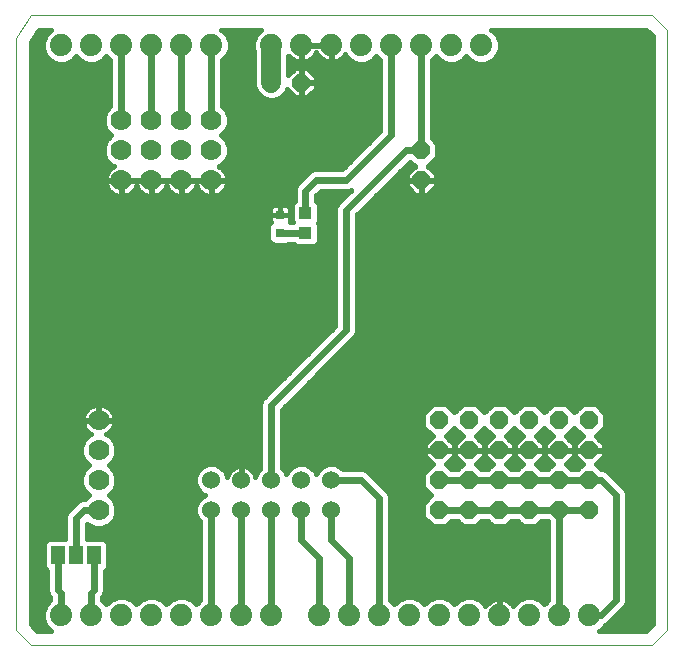
<source format=gtl>
G75*
%MOIN*%
%OFA0B0*%
%FSLAX25Y25*%
%IPPOS*%
%LPD*%
%AMOC8*
5,1,8,0,0,1.08239X$1,22.5*
%
%ADD10C,0.00000*%
%ADD11C,0.07000*%
%ADD12R,0.03150X0.03150*%
%ADD13R,0.04331X0.03937*%
%ADD14R,0.04600X0.06300*%
%ADD15C,0.07400*%
%ADD16OC8,0.06000*%
%ADD17C,0.06000*%
%ADD18C,0.01600*%
%ADD19C,0.06600*%
%ADD20C,0.02400*%
D10*
X0052595Y0048933D02*
X0057595Y0043933D01*
X0264595Y0043933D01*
X0269595Y0048933D01*
X0269595Y0248933D01*
X0264595Y0253933D01*
X0057595Y0253933D01*
X0052595Y0246433D01*
X0052595Y0048933D01*
D11*
X0080095Y0088933D03*
X0080095Y0098933D03*
X0080095Y0108933D03*
X0080095Y0118933D03*
X0087595Y0198933D03*
X0097595Y0198933D03*
X0107595Y0198933D03*
X0117595Y0198933D03*
X0117595Y0208933D03*
X0107595Y0208933D03*
X0097595Y0208933D03*
X0087595Y0208933D03*
X0087595Y0218933D03*
X0097595Y0218933D03*
X0107595Y0218933D03*
X0117595Y0218933D03*
D12*
X0140496Y0187387D03*
X0140496Y0181481D03*
D13*
X0148995Y0181387D03*
X0148995Y0188080D03*
D14*
X0078595Y0073933D03*
X0072595Y0073933D03*
X0066595Y0073933D03*
D15*
X0067595Y0053933D03*
X0077595Y0053933D03*
X0087595Y0053933D03*
X0097595Y0053933D03*
X0107595Y0053933D03*
X0117595Y0053933D03*
X0127595Y0053933D03*
X0137595Y0053933D03*
X0153595Y0053933D03*
X0163595Y0053933D03*
X0173595Y0053933D03*
X0183595Y0053933D03*
X0193595Y0053933D03*
X0203595Y0053933D03*
X0213595Y0053933D03*
X0223595Y0053933D03*
X0233595Y0053933D03*
X0243595Y0053933D03*
X0207595Y0243933D03*
X0197595Y0243933D03*
X0187595Y0243933D03*
X0177595Y0243933D03*
X0167595Y0243933D03*
X0157595Y0243933D03*
X0147595Y0243933D03*
X0137595Y0243933D03*
X0117595Y0243933D03*
X0107595Y0243933D03*
X0097595Y0243933D03*
X0087595Y0243933D03*
X0077595Y0243933D03*
X0067595Y0243933D03*
D16*
X0137595Y0231433D03*
X0147595Y0231433D03*
X0187595Y0208933D03*
X0187595Y0198933D03*
X0193595Y0118933D03*
X0193595Y0108933D03*
X0203595Y0108933D03*
X0203595Y0118933D03*
X0213595Y0118933D03*
X0213595Y0108933D03*
X0223595Y0108933D03*
X0233595Y0108933D03*
X0233595Y0118933D03*
X0223595Y0118933D03*
X0243595Y0118933D03*
X0243595Y0108933D03*
X0243595Y0098933D03*
X0233595Y0098933D03*
X0223595Y0098933D03*
X0213595Y0098933D03*
X0203595Y0098933D03*
X0193595Y0098933D03*
X0193595Y0088933D03*
X0203595Y0088933D03*
X0213595Y0088933D03*
X0223595Y0088933D03*
X0233595Y0088933D03*
X0243595Y0088933D03*
D17*
X0157595Y0088933D03*
X0147595Y0088933D03*
X0137595Y0088933D03*
X0127595Y0088933D03*
X0117595Y0088933D03*
X0117595Y0098933D03*
X0127595Y0098933D03*
X0137595Y0098933D03*
X0147595Y0098933D03*
X0157595Y0098933D03*
D18*
X0152595Y0100973D02*
X0152173Y0101992D01*
X0150654Y0103511D01*
X0148669Y0104333D01*
X0146521Y0104333D01*
X0144536Y0103511D01*
X0143017Y0101992D01*
X0142595Y0100973D01*
X0142173Y0101992D01*
X0141195Y0102970D01*
X0141195Y0122442D01*
X0165647Y0146894D01*
X0166195Y0148217D01*
X0166195Y0187442D01*
X0183822Y0205069D01*
X0185358Y0203533D01*
X0185407Y0203533D01*
X0182795Y0200921D01*
X0182795Y0199133D01*
X0187395Y0199133D01*
X0187395Y0198733D01*
X0182795Y0198733D01*
X0182795Y0196945D01*
X0185607Y0194133D01*
X0187395Y0194133D01*
X0187395Y0198733D01*
X0187795Y0198733D01*
X0187795Y0194133D01*
X0189583Y0194133D01*
X0192395Y0196945D01*
X0192395Y0198733D01*
X0187795Y0198733D01*
X0187795Y0199133D01*
X0192395Y0199133D01*
X0192395Y0200921D01*
X0189783Y0203533D01*
X0189832Y0203533D01*
X0192995Y0206696D01*
X0192995Y0211170D01*
X0191195Y0212970D01*
X0191195Y0238906D01*
X0192595Y0240306D01*
X0194140Y0238762D01*
X0196382Y0237833D01*
X0198809Y0237833D01*
X0201051Y0238762D01*
X0202595Y0240306D01*
X0204140Y0238762D01*
X0206382Y0237833D01*
X0208809Y0237833D01*
X0211051Y0238762D01*
X0212766Y0240478D01*
X0213695Y0242720D01*
X0213695Y0245146D01*
X0212766Y0247388D01*
X0211051Y0249104D01*
X0210981Y0249133D01*
X0262607Y0249133D01*
X0264795Y0246945D01*
X0264795Y0050921D01*
X0262607Y0048733D01*
X0246981Y0048733D01*
X0247051Y0048762D01*
X0248766Y0050478D01*
X0248788Y0050531D01*
X0249634Y0050881D01*
X0250647Y0051894D01*
X0255647Y0056894D01*
X0256195Y0058217D01*
X0256195Y0094649D01*
X0255647Y0095972D01*
X0254634Y0096985D01*
X0249634Y0101985D01*
X0248311Y0102533D01*
X0247632Y0102533D01*
X0245832Y0104333D01*
X0245783Y0104333D01*
X0248395Y0106945D01*
X0248395Y0108733D01*
X0243795Y0108733D01*
X0243795Y0109133D01*
X0248395Y0109133D01*
X0248395Y0110921D01*
X0245783Y0113533D01*
X0245832Y0113533D01*
X0248995Y0116696D01*
X0248995Y0121170D01*
X0245832Y0124333D01*
X0241358Y0124333D01*
X0238595Y0121570D01*
X0235832Y0124333D01*
X0231358Y0124333D01*
X0228595Y0121570D01*
X0225832Y0124333D01*
X0221358Y0124333D01*
X0218595Y0121570D01*
X0215832Y0124333D01*
X0211358Y0124333D01*
X0208595Y0121570D01*
X0205832Y0124333D01*
X0201358Y0124333D01*
X0198595Y0121570D01*
X0195832Y0124333D01*
X0191358Y0124333D01*
X0188195Y0121170D01*
X0188195Y0116696D01*
X0191358Y0113533D01*
X0191407Y0113533D01*
X0188795Y0110921D01*
X0188795Y0109133D01*
X0193395Y0109133D01*
X0193395Y0108733D01*
X0188795Y0108733D01*
X0188795Y0106945D01*
X0191407Y0104333D01*
X0191358Y0104333D01*
X0188195Y0101170D01*
X0188195Y0096696D01*
X0190958Y0093933D01*
X0188195Y0091170D01*
X0188195Y0086696D01*
X0191358Y0083533D01*
X0195832Y0083533D01*
X0197632Y0085333D01*
X0199558Y0085333D01*
X0201358Y0083533D01*
X0205832Y0083533D01*
X0207632Y0085333D01*
X0209558Y0085333D01*
X0211358Y0083533D01*
X0215832Y0083533D01*
X0217632Y0085333D01*
X0219558Y0085333D01*
X0221358Y0083533D01*
X0225832Y0083533D01*
X0227632Y0085333D01*
X0229558Y0085333D01*
X0229995Y0084896D01*
X0229995Y0058960D01*
X0228595Y0057560D01*
X0227051Y0059104D01*
X0224809Y0060033D01*
X0222382Y0060033D01*
X0220140Y0059104D01*
X0218424Y0057388D01*
X0218227Y0056914D01*
X0217790Y0057516D01*
X0217178Y0058128D01*
X0216478Y0058637D01*
X0215706Y0059030D01*
X0214883Y0059298D01*
X0214028Y0059433D01*
X0213795Y0059433D01*
X0213795Y0054133D01*
X0213395Y0054133D01*
X0213395Y0059433D01*
X0213162Y0059433D01*
X0212307Y0059298D01*
X0211484Y0059030D01*
X0210712Y0058637D01*
X0210012Y0058128D01*
X0209400Y0057516D01*
X0208963Y0056914D01*
X0208766Y0057388D01*
X0207051Y0059104D01*
X0204809Y0060033D01*
X0202382Y0060033D01*
X0200140Y0059104D01*
X0198595Y0057560D01*
X0197051Y0059104D01*
X0194809Y0060033D01*
X0192382Y0060033D01*
X0190140Y0059104D01*
X0188595Y0057560D01*
X0187051Y0059104D01*
X0184809Y0060033D01*
X0182382Y0060033D01*
X0180140Y0059104D01*
X0178595Y0057560D01*
X0177195Y0058960D01*
X0177195Y0093649D01*
X0176647Y0094972D01*
X0175634Y0095985D01*
X0170647Y0100972D01*
X0169634Y0101985D01*
X0168311Y0102533D01*
X0161632Y0102533D01*
X0160654Y0103511D01*
X0158669Y0104333D01*
X0156521Y0104333D01*
X0154536Y0103511D01*
X0153017Y0101992D01*
X0152595Y0100973D01*
X0152501Y0101201D02*
X0152689Y0101201D01*
X0153824Y0102799D02*
X0151366Y0102799D01*
X0161366Y0102799D02*
X0189824Y0102799D01*
X0191342Y0104398D02*
X0141195Y0104398D01*
X0141195Y0105996D02*
X0189744Y0105996D01*
X0188795Y0107595D02*
X0141195Y0107595D01*
X0141195Y0109193D02*
X0188795Y0109193D01*
X0188795Y0110792D02*
X0141195Y0110792D01*
X0141195Y0112390D02*
X0190264Y0112390D01*
X0190903Y0113989D02*
X0141195Y0113989D01*
X0141195Y0115587D02*
X0189304Y0115587D01*
X0188195Y0117186D02*
X0141195Y0117186D01*
X0141195Y0118784D02*
X0188195Y0118784D01*
X0188195Y0120383D02*
X0141195Y0120383D01*
X0141195Y0121981D02*
X0189007Y0121981D01*
X0190605Y0123580D02*
X0142333Y0123580D01*
X0143931Y0125178D02*
X0264795Y0125178D01*
X0264795Y0123580D02*
X0246585Y0123580D01*
X0248184Y0121981D02*
X0264795Y0121981D01*
X0264795Y0120383D02*
X0248995Y0120383D01*
X0248995Y0118784D02*
X0264795Y0118784D01*
X0264795Y0117186D02*
X0248995Y0117186D01*
X0247886Y0115587D02*
X0264795Y0115587D01*
X0264795Y0113989D02*
X0246287Y0113989D01*
X0246926Y0112390D02*
X0264795Y0112390D01*
X0264795Y0110792D02*
X0248395Y0110792D01*
X0248395Y0109193D02*
X0264795Y0109193D01*
X0264795Y0107595D02*
X0248395Y0107595D01*
X0247446Y0105996D02*
X0264795Y0105996D01*
X0264795Y0104398D02*
X0245848Y0104398D01*
X0247366Y0102799D02*
X0264795Y0102799D01*
X0264795Y0101201D02*
X0250419Y0101201D01*
X0252017Y0099602D02*
X0264795Y0099602D01*
X0264795Y0098004D02*
X0253616Y0098004D01*
X0255214Y0096405D02*
X0264795Y0096405D01*
X0264795Y0094807D02*
X0256130Y0094807D01*
X0256195Y0093208D02*
X0264795Y0093208D01*
X0264795Y0091610D02*
X0256195Y0091610D01*
X0256195Y0090011D02*
X0264795Y0090011D01*
X0264795Y0088412D02*
X0256195Y0088412D01*
X0256195Y0086814D02*
X0264795Y0086814D01*
X0264795Y0085215D02*
X0256195Y0085215D01*
X0256195Y0083617D02*
X0264795Y0083617D01*
X0264795Y0082018D02*
X0256195Y0082018D01*
X0256195Y0080420D02*
X0264795Y0080420D01*
X0264795Y0078821D02*
X0256195Y0078821D01*
X0256195Y0077223D02*
X0264795Y0077223D01*
X0264795Y0075624D02*
X0256195Y0075624D01*
X0256195Y0074026D02*
X0264795Y0074026D01*
X0264795Y0072427D02*
X0256195Y0072427D01*
X0256195Y0070829D02*
X0264795Y0070829D01*
X0264795Y0069230D02*
X0256195Y0069230D01*
X0256195Y0067632D02*
X0264795Y0067632D01*
X0264795Y0066033D02*
X0256195Y0066033D01*
X0256195Y0064435D02*
X0264795Y0064435D01*
X0264795Y0062836D02*
X0256195Y0062836D01*
X0256195Y0061238D02*
X0264795Y0061238D01*
X0264795Y0059639D02*
X0256195Y0059639D01*
X0256122Y0058041D02*
X0264795Y0058041D01*
X0264795Y0056442D02*
X0255195Y0056442D01*
X0253597Y0054844D02*
X0264795Y0054844D01*
X0264795Y0053245D02*
X0251998Y0053245D01*
X0250400Y0051647D02*
X0264795Y0051647D01*
X0263922Y0050048D02*
X0248337Y0050048D01*
X0229995Y0059639D02*
X0225759Y0059639D01*
X0228114Y0058041D02*
X0229076Y0058041D01*
X0229995Y0061238D02*
X0177195Y0061238D01*
X0177195Y0062836D02*
X0229995Y0062836D01*
X0229995Y0064435D02*
X0177195Y0064435D01*
X0177195Y0066033D02*
X0229995Y0066033D01*
X0229995Y0067632D02*
X0177195Y0067632D01*
X0177195Y0069230D02*
X0229995Y0069230D01*
X0229995Y0070829D02*
X0177195Y0070829D01*
X0177195Y0072427D02*
X0229995Y0072427D01*
X0229995Y0074026D02*
X0177195Y0074026D01*
X0177195Y0075624D02*
X0229995Y0075624D01*
X0229995Y0077223D02*
X0177195Y0077223D01*
X0177195Y0078821D02*
X0229995Y0078821D01*
X0229995Y0080420D02*
X0177195Y0080420D01*
X0177195Y0082018D02*
X0229995Y0082018D01*
X0229995Y0083617D02*
X0225916Y0083617D01*
X0227514Y0085215D02*
X0229676Y0085215D01*
X0221275Y0083617D02*
X0215916Y0083617D01*
X0217514Y0085215D02*
X0219676Y0085215D01*
X0211275Y0083617D02*
X0205916Y0083617D01*
X0207514Y0085215D02*
X0209676Y0085215D01*
X0201275Y0083617D02*
X0195916Y0083617D01*
X0197514Y0085215D02*
X0199676Y0085215D01*
X0191275Y0083617D02*
X0177195Y0083617D01*
X0177195Y0085215D02*
X0189676Y0085215D01*
X0188195Y0086814D02*
X0177195Y0086814D01*
X0177195Y0088412D02*
X0188195Y0088412D01*
X0188195Y0090011D02*
X0177195Y0090011D01*
X0177195Y0091610D02*
X0188635Y0091610D01*
X0190233Y0093208D02*
X0177195Y0093208D01*
X0176716Y0094807D02*
X0190085Y0094807D01*
X0188486Y0096405D02*
X0175214Y0096405D01*
X0173616Y0098004D02*
X0188195Y0098004D01*
X0188195Y0099602D02*
X0172017Y0099602D01*
X0170419Y0101201D02*
X0188226Y0101201D01*
X0195783Y0104333D02*
X0198395Y0106945D01*
X0198395Y0108733D01*
X0193795Y0108733D01*
X0193795Y0109133D01*
X0198395Y0109133D01*
X0198395Y0110921D01*
X0195783Y0113533D01*
X0195832Y0113533D01*
X0198595Y0116296D01*
X0201358Y0113533D01*
X0201407Y0113533D01*
X0198795Y0110921D01*
X0198795Y0109133D01*
X0203395Y0109133D01*
X0203395Y0108733D01*
X0198795Y0108733D01*
X0198795Y0106945D01*
X0201407Y0104333D01*
X0201358Y0104333D01*
X0199558Y0102533D01*
X0197632Y0102533D01*
X0195832Y0104333D01*
X0195783Y0104333D01*
X0195848Y0104398D02*
X0201342Y0104398D01*
X0199824Y0102799D02*
X0197366Y0102799D01*
X0197446Y0105996D02*
X0199744Y0105996D01*
X0198795Y0107595D02*
X0198395Y0107595D01*
X0198395Y0109193D02*
X0198795Y0109193D01*
X0198795Y0110792D02*
X0198395Y0110792D01*
X0196926Y0112390D02*
X0200264Y0112390D01*
X0200903Y0113989D02*
X0196287Y0113989D01*
X0197886Y0115587D02*
X0199304Y0115587D01*
X0205783Y0113533D02*
X0205832Y0113533D01*
X0208595Y0116296D01*
X0211358Y0113533D01*
X0211407Y0113533D01*
X0208795Y0110921D01*
X0208795Y0109133D01*
X0213395Y0109133D01*
X0213395Y0108733D01*
X0208795Y0108733D01*
X0208795Y0106945D01*
X0211407Y0104333D01*
X0211358Y0104333D01*
X0209558Y0102533D01*
X0207632Y0102533D01*
X0205832Y0104333D01*
X0205783Y0104333D01*
X0208395Y0106945D01*
X0208395Y0108733D01*
X0203795Y0108733D01*
X0203795Y0109133D01*
X0208395Y0109133D01*
X0208395Y0110921D01*
X0205783Y0113533D01*
X0206287Y0113989D02*
X0210903Y0113989D01*
X0210264Y0112390D02*
X0206926Y0112390D01*
X0208395Y0110792D02*
X0208795Y0110792D01*
X0208795Y0109193D02*
X0208395Y0109193D01*
X0208395Y0107595D02*
X0208795Y0107595D01*
X0209744Y0105996D02*
X0207446Y0105996D01*
X0205848Y0104398D02*
X0211342Y0104398D01*
X0209824Y0102799D02*
X0207366Y0102799D01*
X0215783Y0104333D02*
X0218395Y0106945D01*
X0218395Y0108733D01*
X0213795Y0108733D01*
X0213795Y0109133D01*
X0218395Y0109133D01*
X0218395Y0110921D01*
X0215783Y0113533D01*
X0215832Y0113533D01*
X0218595Y0116296D01*
X0221358Y0113533D01*
X0221407Y0113533D01*
X0218795Y0110921D01*
X0218795Y0109133D01*
X0223395Y0109133D01*
X0223395Y0108733D01*
X0218795Y0108733D01*
X0218795Y0106945D01*
X0221407Y0104333D01*
X0221358Y0104333D01*
X0219558Y0102533D01*
X0217632Y0102533D01*
X0215832Y0104333D01*
X0215783Y0104333D01*
X0215848Y0104398D02*
X0221342Y0104398D01*
X0219824Y0102799D02*
X0217366Y0102799D01*
X0217446Y0105996D02*
X0219744Y0105996D01*
X0218795Y0107595D02*
X0218395Y0107595D01*
X0218395Y0109193D02*
X0218795Y0109193D01*
X0218795Y0110792D02*
X0218395Y0110792D01*
X0216926Y0112390D02*
X0220264Y0112390D01*
X0220903Y0113989D02*
X0216287Y0113989D01*
X0217886Y0115587D02*
X0219304Y0115587D01*
X0225783Y0113533D02*
X0225832Y0113533D01*
X0228595Y0116296D01*
X0231358Y0113533D01*
X0231407Y0113533D01*
X0228795Y0110921D01*
X0228795Y0109133D01*
X0233395Y0109133D01*
X0233395Y0108733D01*
X0228795Y0108733D01*
X0228795Y0106945D01*
X0231407Y0104333D01*
X0231358Y0104333D01*
X0229558Y0102533D01*
X0227632Y0102533D01*
X0225832Y0104333D01*
X0225783Y0104333D01*
X0228395Y0106945D01*
X0228395Y0108733D01*
X0223795Y0108733D01*
X0223795Y0109133D01*
X0228395Y0109133D01*
X0228395Y0110921D01*
X0225783Y0113533D01*
X0226287Y0113989D02*
X0230903Y0113989D01*
X0230264Y0112390D02*
X0226926Y0112390D01*
X0228395Y0110792D02*
X0228795Y0110792D01*
X0228795Y0109193D02*
X0228395Y0109193D01*
X0228395Y0107595D02*
X0228795Y0107595D01*
X0229744Y0105996D02*
X0227446Y0105996D01*
X0225848Y0104398D02*
X0231342Y0104398D01*
X0229824Y0102799D02*
X0227366Y0102799D01*
X0235783Y0104333D02*
X0238395Y0106945D01*
X0238395Y0108733D01*
X0233795Y0108733D01*
X0233795Y0109133D01*
X0238395Y0109133D01*
X0238395Y0110921D01*
X0235783Y0113533D01*
X0235832Y0113533D01*
X0238595Y0116296D01*
X0241358Y0113533D01*
X0241407Y0113533D01*
X0238795Y0110921D01*
X0238795Y0109133D01*
X0243395Y0109133D01*
X0243395Y0108733D01*
X0238795Y0108733D01*
X0238795Y0106945D01*
X0241407Y0104333D01*
X0241358Y0104333D01*
X0239558Y0102533D01*
X0237632Y0102533D01*
X0235832Y0104333D01*
X0235783Y0104333D01*
X0235848Y0104398D02*
X0241342Y0104398D01*
X0239824Y0102799D02*
X0237366Y0102799D01*
X0237446Y0105996D02*
X0239744Y0105996D01*
X0238795Y0107595D02*
X0238395Y0107595D01*
X0238395Y0109193D02*
X0238795Y0109193D01*
X0238795Y0110792D02*
X0238395Y0110792D01*
X0236926Y0112390D02*
X0240264Y0112390D01*
X0240903Y0113989D02*
X0236287Y0113989D01*
X0237886Y0115587D02*
X0239304Y0115587D01*
X0239007Y0121981D02*
X0238184Y0121981D01*
X0236585Y0123580D02*
X0240605Y0123580D01*
X0230605Y0123580D02*
X0226585Y0123580D01*
X0228184Y0121981D02*
X0229007Y0121981D01*
X0220605Y0123580D02*
X0216585Y0123580D01*
X0218184Y0121981D02*
X0219007Y0121981D01*
X0210605Y0123580D02*
X0206585Y0123580D01*
X0208184Y0121981D02*
X0209007Y0121981D01*
X0200605Y0123580D02*
X0196585Y0123580D01*
X0198184Y0121981D02*
X0199007Y0121981D01*
X0207886Y0115587D02*
X0209304Y0115587D01*
X0227886Y0115587D02*
X0229304Y0115587D01*
X0264795Y0126777D02*
X0145530Y0126777D01*
X0147129Y0128375D02*
X0264795Y0128375D01*
X0264795Y0129974D02*
X0148727Y0129974D01*
X0150326Y0131572D02*
X0264795Y0131572D01*
X0264795Y0133171D02*
X0151924Y0133171D01*
X0153523Y0134769D02*
X0264795Y0134769D01*
X0264795Y0136368D02*
X0155121Y0136368D01*
X0156720Y0137966D02*
X0264795Y0137966D01*
X0264795Y0139565D02*
X0158318Y0139565D01*
X0159917Y0141163D02*
X0264795Y0141163D01*
X0264795Y0142762D02*
X0161515Y0142762D01*
X0163114Y0144360D02*
X0264795Y0144360D01*
X0264795Y0145959D02*
X0164712Y0145959D01*
X0165922Y0147557D02*
X0264795Y0147557D01*
X0264795Y0149156D02*
X0166195Y0149156D01*
X0166195Y0150754D02*
X0264795Y0150754D01*
X0264795Y0152353D02*
X0166195Y0152353D01*
X0166195Y0153951D02*
X0264795Y0153951D01*
X0264795Y0155550D02*
X0166195Y0155550D01*
X0166195Y0157148D02*
X0264795Y0157148D01*
X0264795Y0158747D02*
X0166195Y0158747D01*
X0166195Y0160345D02*
X0264795Y0160345D01*
X0264795Y0161944D02*
X0166195Y0161944D01*
X0166195Y0163543D02*
X0264795Y0163543D01*
X0264795Y0165141D02*
X0166195Y0165141D01*
X0166195Y0166740D02*
X0264795Y0166740D01*
X0264795Y0168338D02*
X0166195Y0168338D01*
X0166195Y0169937D02*
X0264795Y0169937D01*
X0264795Y0171535D02*
X0166195Y0171535D01*
X0166195Y0173134D02*
X0264795Y0173134D01*
X0264795Y0174732D02*
X0166195Y0174732D01*
X0166195Y0176331D02*
X0264795Y0176331D01*
X0264795Y0177929D02*
X0166195Y0177929D01*
X0166195Y0179528D02*
X0264795Y0179528D01*
X0264795Y0181126D02*
X0166195Y0181126D01*
X0166195Y0182725D02*
X0264795Y0182725D01*
X0264795Y0184323D02*
X0166195Y0184323D01*
X0166195Y0185922D02*
X0264795Y0185922D01*
X0264795Y0187520D02*
X0166273Y0187520D01*
X0167872Y0189119D02*
X0264795Y0189119D01*
X0264795Y0190717D02*
X0169470Y0190717D01*
X0171069Y0192316D02*
X0264795Y0192316D01*
X0264795Y0193914D02*
X0172667Y0193914D01*
X0174266Y0195513D02*
X0184227Y0195513D01*
X0182795Y0197111D02*
X0175864Y0197111D01*
X0177463Y0198710D02*
X0182795Y0198710D01*
X0182795Y0200308D02*
X0179062Y0200308D01*
X0180660Y0201907D02*
X0183781Y0201907D01*
X0182259Y0203505D02*
X0185379Y0203505D01*
X0189811Y0203505D02*
X0264795Y0203505D01*
X0264795Y0201907D02*
X0191410Y0201907D01*
X0192395Y0200308D02*
X0264795Y0200308D01*
X0264795Y0198710D02*
X0192395Y0198710D01*
X0192395Y0197111D02*
X0264795Y0197111D01*
X0264795Y0195513D02*
X0190963Y0195513D01*
X0187795Y0195513D02*
X0187395Y0195513D01*
X0187395Y0197111D02*
X0187795Y0197111D01*
X0187795Y0198710D02*
X0187395Y0198710D01*
X0191403Y0205104D02*
X0264795Y0205104D01*
X0264795Y0206702D02*
X0192995Y0206702D01*
X0192995Y0208301D02*
X0264795Y0208301D01*
X0264795Y0209899D02*
X0192995Y0209899D01*
X0192667Y0211498D02*
X0264795Y0211498D01*
X0264795Y0213096D02*
X0191195Y0213096D01*
X0191195Y0214695D02*
X0264795Y0214695D01*
X0264795Y0216293D02*
X0191195Y0216293D01*
X0191195Y0217892D02*
X0264795Y0217892D01*
X0264795Y0219490D02*
X0191195Y0219490D01*
X0191195Y0221089D02*
X0264795Y0221089D01*
X0264795Y0222687D02*
X0191195Y0222687D01*
X0191195Y0224286D02*
X0264795Y0224286D01*
X0264795Y0225884D02*
X0191195Y0225884D01*
X0191195Y0227483D02*
X0264795Y0227483D01*
X0264795Y0229081D02*
X0191195Y0229081D01*
X0191195Y0230680D02*
X0264795Y0230680D01*
X0264795Y0232279D02*
X0191195Y0232279D01*
X0191195Y0233877D02*
X0264795Y0233877D01*
X0264795Y0235476D02*
X0191195Y0235476D01*
X0191195Y0237074D02*
X0264795Y0237074D01*
X0264795Y0238673D02*
X0210835Y0238673D01*
X0212560Y0240271D02*
X0264795Y0240271D01*
X0264795Y0241870D02*
X0213343Y0241870D01*
X0213695Y0243468D02*
X0264795Y0243468D01*
X0264795Y0245067D02*
X0213695Y0245067D01*
X0213066Y0246665D02*
X0264795Y0246665D01*
X0263476Y0248264D02*
X0211891Y0248264D01*
X0204355Y0238673D02*
X0200835Y0238673D01*
X0202560Y0240271D02*
X0202630Y0240271D01*
X0194355Y0238673D02*
X0191195Y0238673D01*
X0192560Y0240271D02*
X0192630Y0240271D01*
X0173995Y0238906D02*
X0173995Y0215424D01*
X0161104Y0202533D01*
X0151879Y0202533D01*
X0150556Y0201985D01*
X0149543Y0200972D01*
X0145943Y0197372D01*
X0145395Y0196049D01*
X0145395Y0192007D01*
X0144795Y0191408D01*
X0144430Y0190525D01*
X0144430Y0185634D01*
X0144698Y0184987D01*
X0143673Y0184987D01*
X0143748Y0185117D01*
X0143871Y0185575D01*
X0143871Y0187387D01*
X0143871Y0189198D01*
X0143748Y0189656D01*
X0143512Y0190067D01*
X0143176Y0190402D01*
X0142766Y0190639D01*
X0142308Y0190761D01*
X0140496Y0190761D01*
X0138685Y0190761D01*
X0138227Y0190639D01*
X0137816Y0190402D01*
X0137481Y0190067D01*
X0137244Y0189656D01*
X0137122Y0189198D01*
X0137122Y0187387D01*
X0140496Y0187387D01*
X0140496Y0187387D01*
X0140496Y0190761D01*
X0140496Y0187387D01*
X0140496Y0187387D01*
X0137122Y0187387D01*
X0137122Y0185575D01*
X0137244Y0185117D01*
X0137370Y0184899D01*
X0136887Y0184415D01*
X0136522Y0183533D01*
X0136522Y0179429D01*
X0136887Y0178547D01*
X0137562Y0177872D01*
X0138444Y0177506D01*
X0142549Y0177506D01*
X0143225Y0177787D01*
X0145067Y0177787D01*
X0145470Y0177383D01*
X0146352Y0177018D01*
X0151638Y0177018D01*
X0152520Y0177383D01*
X0153195Y0178059D01*
X0153560Y0178941D01*
X0153560Y0183833D01*
X0153195Y0184715D01*
X0153177Y0184733D01*
X0153195Y0184752D01*
X0153560Y0185634D01*
X0153560Y0190525D01*
X0153195Y0191408D01*
X0152595Y0192007D01*
X0152595Y0193842D01*
X0154086Y0195333D01*
X0163311Y0195333D01*
X0164323Y0195752D01*
X0160556Y0191985D01*
X0160556Y0191985D01*
X0159543Y0190972D01*
X0158995Y0189649D01*
X0158995Y0150424D01*
X0135556Y0126985D01*
X0134543Y0125972D01*
X0133995Y0124649D01*
X0133995Y0102970D01*
X0133017Y0101992D01*
X0132250Y0100140D01*
X0132043Y0100776D01*
X0131700Y0101449D01*
X0131256Y0102060D01*
X0130722Y0102594D01*
X0130111Y0103038D01*
X0129438Y0103381D01*
X0128719Y0103615D01*
X0127973Y0103733D01*
X0127795Y0103733D01*
X0127795Y0099133D01*
X0127395Y0099133D01*
X0127395Y0103733D01*
X0127217Y0103733D01*
X0126471Y0103615D01*
X0125753Y0103381D01*
X0125079Y0103038D01*
X0124468Y0102594D01*
X0123934Y0102060D01*
X0123490Y0101449D01*
X0123147Y0100776D01*
X0122940Y0100140D01*
X0122173Y0101992D01*
X0120654Y0103511D01*
X0118669Y0104333D01*
X0116521Y0104333D01*
X0114536Y0103511D01*
X0113017Y0101992D01*
X0112195Y0100007D01*
X0112195Y0097859D01*
X0113017Y0095874D01*
X0114536Y0094355D01*
X0115555Y0093933D01*
X0114536Y0093511D01*
X0113017Y0091992D01*
X0112195Y0090007D01*
X0112195Y0087859D01*
X0113017Y0085874D01*
X0113995Y0084896D01*
X0113995Y0058960D01*
X0112595Y0057560D01*
X0111051Y0059104D01*
X0108809Y0060033D01*
X0106382Y0060033D01*
X0104140Y0059104D01*
X0102595Y0057560D01*
X0101051Y0059104D01*
X0098809Y0060033D01*
X0096382Y0060033D01*
X0094140Y0059104D01*
X0092595Y0057560D01*
X0091051Y0059104D01*
X0088809Y0060033D01*
X0086382Y0060033D01*
X0084140Y0059104D01*
X0082595Y0057560D01*
X0081195Y0058960D01*
X0081195Y0059942D01*
X0081647Y0060394D01*
X0082195Y0061717D01*
X0082195Y0068724D01*
X0082255Y0068748D01*
X0082930Y0069424D01*
X0083295Y0070306D01*
X0083295Y0077560D01*
X0082930Y0078443D01*
X0082255Y0079118D01*
X0081373Y0079483D01*
X0076195Y0079483D01*
X0076195Y0084489D01*
X0076753Y0083931D01*
X0078922Y0083033D01*
X0081269Y0083033D01*
X0083437Y0083931D01*
X0085097Y0085591D01*
X0085995Y0087759D01*
X0085995Y0090107D01*
X0085097Y0092275D01*
X0083439Y0093933D01*
X0085097Y0095591D01*
X0085995Y0097759D01*
X0085995Y0100107D01*
X0085097Y0102275D01*
X0083439Y0103933D01*
X0085097Y0105591D01*
X0085995Y0107759D01*
X0085995Y0110107D01*
X0085097Y0112275D01*
X0083437Y0113935D01*
X0082622Y0114272D01*
X0082873Y0114400D01*
X0083548Y0114890D01*
X0084138Y0115480D01*
X0084628Y0116155D01*
X0085007Y0116899D01*
X0085265Y0117692D01*
X0085395Y0118516D01*
X0085395Y0118733D01*
X0080295Y0118733D01*
X0080295Y0119133D01*
X0079895Y0119133D01*
X0079895Y0118733D01*
X0074795Y0118733D01*
X0074795Y0118516D01*
X0074926Y0117692D01*
X0075183Y0116899D01*
X0075562Y0116155D01*
X0076053Y0115480D01*
X0076642Y0114890D01*
X0077317Y0114400D01*
X0077568Y0114272D01*
X0076753Y0113935D01*
X0075093Y0112275D01*
X0074195Y0110107D01*
X0074195Y0107759D01*
X0075093Y0105591D01*
X0076751Y0103933D01*
X0075093Y0102275D01*
X0074195Y0100107D01*
X0074195Y0097759D01*
X0075093Y0095591D01*
X0076751Y0093933D01*
X0075351Y0092533D01*
X0074379Y0092533D01*
X0073056Y0091985D01*
X0072043Y0090972D01*
X0069543Y0088472D01*
X0068995Y0087149D01*
X0068995Y0079483D01*
X0063818Y0079483D01*
X0062936Y0079118D01*
X0062261Y0078443D01*
X0061895Y0077560D01*
X0061895Y0070306D01*
X0062261Y0069424D01*
X0062936Y0068748D01*
X0062995Y0068724D01*
X0062995Y0061717D01*
X0063543Y0060394D01*
X0063995Y0059942D01*
X0063995Y0058960D01*
X0062424Y0057388D01*
X0061495Y0055146D01*
X0061495Y0052720D01*
X0062424Y0050478D01*
X0064140Y0048762D01*
X0064209Y0048733D01*
X0059583Y0048733D01*
X0057395Y0050921D01*
X0057395Y0244980D01*
X0060164Y0249133D01*
X0064209Y0249133D01*
X0064140Y0249104D01*
X0062424Y0247388D01*
X0061495Y0245146D01*
X0061495Y0242720D01*
X0062424Y0240478D01*
X0064140Y0238762D01*
X0066382Y0237833D01*
X0068809Y0237833D01*
X0071051Y0238762D01*
X0072595Y0240306D01*
X0074140Y0238762D01*
X0076382Y0237833D01*
X0078809Y0237833D01*
X0081051Y0238762D01*
X0082595Y0240306D01*
X0083995Y0238906D01*
X0083995Y0223677D01*
X0082593Y0222275D01*
X0081695Y0220107D01*
X0081695Y0217759D01*
X0082593Y0215591D01*
X0084251Y0213933D01*
X0082593Y0212275D01*
X0081695Y0210107D01*
X0081695Y0207759D01*
X0082593Y0205591D01*
X0084253Y0203931D01*
X0085068Y0203594D01*
X0084817Y0203466D01*
X0084142Y0202976D01*
X0083553Y0202386D01*
X0083062Y0201711D01*
X0082683Y0200968D01*
X0082426Y0200174D01*
X0082295Y0199350D01*
X0082295Y0199133D01*
X0087395Y0199133D01*
X0087395Y0198733D01*
X0082295Y0198733D01*
X0082295Y0198516D01*
X0082426Y0197692D01*
X0082683Y0196899D01*
X0083062Y0196155D01*
X0083553Y0195480D01*
X0084142Y0194890D01*
X0084817Y0194400D01*
X0085561Y0194021D01*
X0086354Y0193764D01*
X0087178Y0193633D01*
X0087395Y0193633D01*
X0087395Y0198733D01*
X0087795Y0198733D01*
X0087795Y0193633D01*
X0088012Y0193633D01*
X0088836Y0193764D01*
X0089630Y0194021D01*
X0090373Y0194400D01*
X0091048Y0194890D01*
X0091638Y0195480D01*
X0092128Y0196155D01*
X0092507Y0196899D01*
X0092595Y0197170D01*
X0092683Y0196899D01*
X0093062Y0196155D01*
X0093553Y0195480D01*
X0094142Y0194890D01*
X0094817Y0194400D01*
X0095561Y0194021D01*
X0096354Y0193764D01*
X0097178Y0193633D01*
X0097395Y0193633D01*
X0097395Y0198733D01*
X0087795Y0198733D01*
X0087795Y0199133D01*
X0092895Y0199133D01*
X0097395Y0199133D01*
X0097395Y0198733D01*
X0097795Y0198733D01*
X0097795Y0193633D01*
X0098012Y0193633D01*
X0098836Y0193764D01*
X0099630Y0194021D01*
X0100373Y0194400D01*
X0101048Y0194890D01*
X0101638Y0195480D01*
X0102128Y0196155D01*
X0102507Y0196899D01*
X0102595Y0197170D01*
X0102683Y0196899D01*
X0103062Y0196155D01*
X0103553Y0195480D01*
X0104142Y0194890D01*
X0104817Y0194400D01*
X0105561Y0194021D01*
X0106354Y0193764D01*
X0107178Y0193633D01*
X0107395Y0193633D01*
X0107395Y0198733D01*
X0097795Y0198733D01*
X0097795Y0199133D01*
X0102895Y0199133D01*
X0107395Y0199133D01*
X0107395Y0198733D01*
X0107795Y0198733D01*
X0107795Y0193633D01*
X0108012Y0193633D01*
X0108836Y0193764D01*
X0109630Y0194021D01*
X0110373Y0194400D01*
X0111048Y0194890D01*
X0111638Y0195480D01*
X0112128Y0196155D01*
X0112507Y0196899D01*
X0112595Y0197170D01*
X0112683Y0196899D01*
X0113062Y0196155D01*
X0113553Y0195480D01*
X0114142Y0194890D01*
X0114817Y0194400D01*
X0115561Y0194021D01*
X0116354Y0193764D01*
X0117178Y0193633D01*
X0117395Y0193633D01*
X0117395Y0198733D01*
X0107795Y0198733D01*
X0107795Y0199133D01*
X0112895Y0199133D01*
X0117395Y0199133D01*
X0117395Y0198733D01*
X0117795Y0198733D01*
X0117795Y0193633D01*
X0118012Y0193633D01*
X0118836Y0193764D01*
X0119630Y0194021D01*
X0120373Y0194400D01*
X0121048Y0194890D01*
X0121638Y0195480D01*
X0122128Y0196155D01*
X0122507Y0196899D01*
X0122765Y0197692D01*
X0122895Y0198516D01*
X0122895Y0198733D01*
X0117795Y0198733D01*
X0117795Y0199133D01*
X0122895Y0199133D01*
X0122895Y0199350D01*
X0122765Y0200174D01*
X0122507Y0200968D01*
X0122128Y0201711D01*
X0121638Y0202386D01*
X0121048Y0202976D01*
X0120373Y0203466D01*
X0120122Y0203594D01*
X0120937Y0203931D01*
X0122597Y0205591D01*
X0123495Y0207759D01*
X0123495Y0210107D01*
X0122597Y0212275D01*
X0120939Y0213933D01*
X0122597Y0215591D01*
X0123495Y0217759D01*
X0123495Y0220107D01*
X0122597Y0222275D01*
X0121195Y0223677D01*
X0121195Y0238906D01*
X0122766Y0240478D01*
X0123695Y0242720D01*
X0123695Y0245146D01*
X0122766Y0247388D01*
X0121051Y0249104D01*
X0120981Y0249133D01*
X0134209Y0249133D01*
X0134140Y0249104D01*
X0132424Y0247388D01*
X0131495Y0245146D01*
X0131495Y0242720D01*
X0131895Y0241754D01*
X0131895Y0230299D01*
X0132195Y0229575D01*
X0132195Y0229196D01*
X0132463Y0228929D01*
X0132763Y0228204D01*
X0134366Y0226601D01*
X0135091Y0226301D01*
X0135358Y0226033D01*
X0135737Y0226033D01*
X0136461Y0225733D01*
X0138729Y0225733D01*
X0139453Y0226033D01*
X0139832Y0226033D01*
X0140100Y0226301D01*
X0140824Y0226601D01*
X0142427Y0228204D01*
X0142727Y0228929D01*
X0142995Y0229196D01*
X0142995Y0229245D01*
X0145607Y0226633D01*
X0147395Y0226633D01*
X0147395Y0231233D01*
X0147795Y0231233D01*
X0147795Y0226633D01*
X0149583Y0226633D01*
X0152395Y0229445D01*
X0152395Y0231233D01*
X0147795Y0231233D01*
X0147795Y0231633D01*
X0147395Y0231633D01*
X0147395Y0236233D01*
X0145607Y0236233D01*
X0143295Y0233921D01*
X0143295Y0240494D01*
X0143400Y0240350D01*
X0144012Y0239738D01*
X0144713Y0239229D01*
X0145484Y0238836D01*
X0146307Y0238569D01*
X0147162Y0238433D01*
X0147395Y0238433D01*
X0147395Y0243733D01*
X0147795Y0243733D01*
X0147795Y0238433D01*
X0148028Y0238433D01*
X0148883Y0238569D01*
X0149706Y0238836D01*
X0150478Y0239229D01*
X0151178Y0239738D01*
X0151790Y0240350D01*
X0152299Y0241050D01*
X0152595Y0241631D01*
X0152891Y0241050D01*
X0153400Y0240350D01*
X0154012Y0239738D01*
X0154713Y0239229D01*
X0155484Y0238836D01*
X0156307Y0238569D01*
X0157162Y0238433D01*
X0157395Y0238433D01*
X0157395Y0243733D01*
X0147795Y0243733D01*
X0147795Y0244133D01*
X0153095Y0244133D01*
X0157395Y0244133D01*
X0157395Y0243733D01*
X0157795Y0243733D01*
X0157795Y0238433D01*
X0158028Y0238433D01*
X0158883Y0238569D01*
X0159706Y0238836D01*
X0160478Y0239229D01*
X0161178Y0239738D01*
X0161790Y0240350D01*
X0162227Y0240952D01*
X0162424Y0240478D01*
X0164140Y0238762D01*
X0166382Y0237833D01*
X0168809Y0237833D01*
X0171051Y0238762D01*
X0172595Y0240306D01*
X0173995Y0238906D01*
X0173995Y0238673D02*
X0170835Y0238673D01*
X0172560Y0240271D02*
X0172630Y0240271D01*
X0173995Y0237074D02*
X0143295Y0237074D01*
X0143295Y0235476D02*
X0144849Y0235476D01*
X0147395Y0235476D02*
X0147795Y0235476D01*
X0147795Y0236233D02*
X0147795Y0231633D01*
X0152395Y0231633D01*
X0152395Y0233421D01*
X0149583Y0236233D01*
X0147795Y0236233D01*
X0147795Y0233877D02*
X0147395Y0233877D01*
X0147395Y0232279D02*
X0147795Y0232279D01*
X0147795Y0230680D02*
X0147395Y0230680D01*
X0147395Y0229081D02*
X0147795Y0229081D01*
X0147795Y0227483D02*
X0147395Y0227483D01*
X0144757Y0227483D02*
X0141706Y0227483D01*
X0142880Y0229081D02*
X0143159Y0229081D01*
X0139094Y0225884D02*
X0173995Y0225884D01*
X0173995Y0224286D02*
X0121195Y0224286D01*
X0121195Y0225884D02*
X0136096Y0225884D01*
X0133484Y0227483D02*
X0121195Y0227483D01*
X0121195Y0229081D02*
X0132310Y0229081D01*
X0131895Y0230680D02*
X0121195Y0230680D01*
X0121195Y0232279D02*
X0131895Y0232279D01*
X0131895Y0233877D02*
X0121195Y0233877D01*
X0121195Y0235476D02*
X0131895Y0235476D01*
X0131895Y0237074D02*
X0121195Y0237074D01*
X0121195Y0238673D02*
X0131895Y0238673D01*
X0131895Y0240271D02*
X0122560Y0240271D01*
X0123343Y0241870D02*
X0131847Y0241870D01*
X0131495Y0243468D02*
X0123695Y0243468D01*
X0123695Y0245067D02*
X0131495Y0245067D01*
X0132124Y0246665D02*
X0123066Y0246665D01*
X0121891Y0248264D02*
X0133299Y0248264D01*
X0143295Y0240271D02*
X0143479Y0240271D01*
X0143295Y0238673D02*
X0145987Y0238673D01*
X0147395Y0238673D02*
X0147795Y0238673D01*
X0149203Y0238673D02*
X0155987Y0238673D01*
X0157395Y0238673D02*
X0157795Y0238673D01*
X0159203Y0238673D02*
X0164355Y0238673D01*
X0162630Y0240271D02*
X0161711Y0240271D01*
X0157795Y0240271D02*
X0157395Y0240271D01*
X0157395Y0241870D02*
X0157795Y0241870D01*
X0157795Y0243468D02*
X0157395Y0243468D01*
X0153479Y0240271D02*
X0151711Y0240271D01*
X0147795Y0240271D02*
X0147395Y0240271D01*
X0147395Y0241870D02*
X0147795Y0241870D01*
X0147795Y0243468D02*
X0147395Y0243468D01*
X0150341Y0235476D02*
X0173995Y0235476D01*
X0173995Y0233877D02*
X0151939Y0233877D01*
X0152395Y0232279D02*
X0173995Y0232279D01*
X0173995Y0230680D02*
X0152395Y0230680D01*
X0152032Y0229081D02*
X0173995Y0229081D01*
X0173995Y0227483D02*
X0150433Y0227483D01*
X0168470Y0209899D02*
X0123495Y0209899D01*
X0123495Y0208301D02*
X0166872Y0208301D01*
X0165273Y0206702D02*
X0123057Y0206702D01*
X0122110Y0205104D02*
X0163675Y0205104D01*
X0162076Y0203505D02*
X0120296Y0203505D01*
X0121986Y0201907D02*
X0150478Y0201907D01*
X0148879Y0200308D02*
X0122721Y0200308D01*
X0122895Y0198710D02*
X0147281Y0198710D01*
X0145835Y0197111D02*
X0122576Y0197111D01*
X0121661Y0195513D02*
X0145395Y0195513D01*
X0145395Y0193914D02*
X0119300Y0193914D01*
X0117795Y0193914D02*
X0117395Y0193914D01*
X0115890Y0193914D02*
X0109300Y0193914D01*
X0107795Y0193914D02*
X0107395Y0193914D01*
X0105890Y0193914D02*
X0099300Y0193914D01*
X0097795Y0193914D02*
X0097395Y0193914D01*
X0095890Y0193914D02*
X0089300Y0193914D01*
X0087795Y0193914D02*
X0087395Y0193914D01*
X0085890Y0193914D02*
X0057395Y0193914D01*
X0057395Y0192316D02*
X0145395Y0192316D01*
X0144509Y0190717D02*
X0142473Y0190717D01*
X0140496Y0190717D02*
X0140496Y0190717D01*
X0140496Y0189119D02*
X0140496Y0189119D01*
X0140496Y0187520D02*
X0140496Y0187520D01*
X0140496Y0187387D02*
X0143871Y0187387D01*
X0140496Y0187387D01*
X0140496Y0187387D01*
X0137122Y0187520D02*
X0057395Y0187520D01*
X0057395Y0185922D02*
X0137122Y0185922D01*
X0136849Y0184323D02*
X0057395Y0184323D01*
X0057395Y0182725D02*
X0136522Y0182725D01*
X0136522Y0181126D02*
X0057395Y0181126D01*
X0057395Y0179528D02*
X0136522Y0179528D01*
X0137505Y0177929D02*
X0057395Y0177929D01*
X0057395Y0176331D02*
X0158995Y0176331D01*
X0158995Y0177929D02*
X0153066Y0177929D01*
X0153560Y0179528D02*
X0158995Y0179528D01*
X0158995Y0181126D02*
X0153560Y0181126D01*
X0153560Y0182725D02*
X0158995Y0182725D01*
X0158995Y0184323D02*
X0153357Y0184323D01*
X0153560Y0185922D02*
X0158995Y0185922D01*
X0158995Y0187520D02*
X0153560Y0187520D01*
X0153560Y0189119D02*
X0158995Y0189119D01*
X0159438Y0190717D02*
X0153481Y0190717D01*
X0152595Y0192316D02*
X0160887Y0192316D01*
X0162485Y0193914D02*
X0152667Y0193914D01*
X0144430Y0189119D02*
X0143871Y0189119D01*
X0143871Y0187520D02*
X0144430Y0187520D01*
X0144430Y0185922D02*
X0143871Y0185922D01*
X0138519Y0190717D02*
X0057395Y0190717D01*
X0057395Y0189119D02*
X0137122Y0189119D01*
X0117795Y0195513D02*
X0117395Y0195513D01*
X0117395Y0197111D02*
X0117795Y0197111D01*
X0117795Y0198710D02*
X0117395Y0198710D01*
X0113529Y0195513D02*
X0111661Y0195513D01*
X0112576Y0197111D02*
X0112614Y0197111D01*
X0107795Y0197111D02*
X0107395Y0197111D01*
X0107395Y0195513D02*
X0107795Y0195513D01*
X0107795Y0198710D02*
X0107395Y0198710D01*
X0103529Y0195513D02*
X0101661Y0195513D01*
X0102576Y0197111D02*
X0102614Y0197111D01*
X0097795Y0197111D02*
X0097395Y0197111D01*
X0097395Y0195513D02*
X0097795Y0195513D01*
X0097795Y0198710D02*
X0097395Y0198710D01*
X0093529Y0195513D02*
X0091661Y0195513D01*
X0092576Y0197111D02*
X0092614Y0197111D01*
X0087795Y0197111D02*
X0087395Y0197111D01*
X0087395Y0195513D02*
X0087795Y0195513D01*
X0087795Y0198710D02*
X0087395Y0198710D01*
X0083529Y0195513D02*
X0057395Y0195513D01*
X0057395Y0197111D02*
X0082614Y0197111D01*
X0082295Y0198710D02*
X0057395Y0198710D01*
X0057395Y0200308D02*
X0082469Y0200308D01*
X0083205Y0201907D02*
X0057395Y0201907D01*
X0057395Y0203505D02*
X0084894Y0203505D01*
X0083081Y0205104D02*
X0057395Y0205104D01*
X0057395Y0206702D02*
X0082133Y0206702D01*
X0081695Y0208301D02*
X0057395Y0208301D01*
X0057395Y0209899D02*
X0081695Y0209899D01*
X0082271Y0211498D02*
X0057395Y0211498D01*
X0057395Y0213096D02*
X0083415Y0213096D01*
X0083489Y0214695D02*
X0057395Y0214695D01*
X0057395Y0216293D02*
X0082302Y0216293D01*
X0081695Y0217892D02*
X0057395Y0217892D01*
X0057395Y0219490D02*
X0081695Y0219490D01*
X0082102Y0221089D02*
X0057395Y0221089D01*
X0057395Y0222687D02*
X0083006Y0222687D01*
X0083995Y0224286D02*
X0057395Y0224286D01*
X0057395Y0225884D02*
X0083995Y0225884D01*
X0083995Y0227483D02*
X0057395Y0227483D01*
X0057395Y0229081D02*
X0083995Y0229081D01*
X0083995Y0230680D02*
X0057395Y0230680D01*
X0057395Y0232279D02*
X0083995Y0232279D01*
X0083995Y0233877D02*
X0057395Y0233877D01*
X0057395Y0235476D02*
X0083995Y0235476D01*
X0083995Y0237074D02*
X0057395Y0237074D01*
X0057395Y0238673D02*
X0064355Y0238673D01*
X0062630Y0240271D02*
X0057395Y0240271D01*
X0057395Y0241870D02*
X0061847Y0241870D01*
X0061495Y0243468D02*
X0057395Y0243468D01*
X0057453Y0245067D02*
X0061495Y0245067D01*
X0062124Y0246665D02*
X0058519Y0246665D01*
X0059584Y0248264D02*
X0063299Y0248264D01*
X0070835Y0238673D02*
X0074355Y0238673D01*
X0072630Y0240271D02*
X0072560Y0240271D01*
X0080835Y0238673D02*
X0083995Y0238673D01*
X0082630Y0240271D02*
X0082560Y0240271D01*
X0122185Y0222687D02*
X0173995Y0222687D01*
X0173995Y0221089D02*
X0123088Y0221089D01*
X0123495Y0219490D02*
X0173995Y0219490D01*
X0173995Y0217892D02*
X0123495Y0217892D01*
X0122888Y0216293D02*
X0173995Y0216293D01*
X0173266Y0214695D02*
X0121701Y0214695D01*
X0121776Y0213096D02*
X0171667Y0213096D01*
X0170069Y0211498D02*
X0122919Y0211498D01*
X0163745Y0195513D02*
X0164084Y0195513D01*
X0158995Y0174732D02*
X0057395Y0174732D01*
X0057395Y0173134D02*
X0158995Y0173134D01*
X0158995Y0171535D02*
X0057395Y0171535D01*
X0057395Y0169937D02*
X0158995Y0169937D01*
X0158995Y0168338D02*
X0057395Y0168338D01*
X0057395Y0166740D02*
X0158995Y0166740D01*
X0158995Y0165141D02*
X0057395Y0165141D01*
X0057395Y0163543D02*
X0158995Y0163543D01*
X0158995Y0161944D02*
X0057395Y0161944D01*
X0057395Y0160345D02*
X0158995Y0160345D01*
X0158995Y0158747D02*
X0057395Y0158747D01*
X0057395Y0157148D02*
X0158995Y0157148D01*
X0158995Y0155550D02*
X0057395Y0155550D01*
X0057395Y0153951D02*
X0158995Y0153951D01*
X0158995Y0152353D02*
X0057395Y0152353D01*
X0057395Y0150754D02*
X0158995Y0150754D01*
X0157727Y0149156D02*
X0057395Y0149156D01*
X0057395Y0147557D02*
X0156128Y0147557D01*
X0154530Y0145959D02*
X0057395Y0145959D01*
X0057395Y0144360D02*
X0152931Y0144360D01*
X0151333Y0142762D02*
X0057395Y0142762D01*
X0057395Y0141163D02*
X0149734Y0141163D01*
X0148136Y0139565D02*
X0057395Y0139565D01*
X0057395Y0137966D02*
X0146537Y0137966D01*
X0144939Y0136368D02*
X0057395Y0136368D01*
X0057395Y0134769D02*
X0143340Y0134769D01*
X0141742Y0133171D02*
X0057395Y0133171D01*
X0057395Y0131572D02*
X0140143Y0131572D01*
X0138545Y0129974D02*
X0057395Y0129974D01*
X0057395Y0128375D02*
X0136946Y0128375D01*
X0135348Y0126777D02*
X0057395Y0126777D01*
X0057395Y0125178D02*
X0134214Y0125178D01*
X0133995Y0123580D02*
X0082650Y0123580D01*
X0082873Y0123466D02*
X0082130Y0123845D01*
X0081336Y0124103D01*
X0080512Y0124233D01*
X0080295Y0124233D01*
X0080295Y0119133D01*
X0085395Y0119133D01*
X0085395Y0119350D01*
X0085265Y0120174D01*
X0085007Y0120968D01*
X0084628Y0121711D01*
X0084138Y0122386D01*
X0083548Y0122976D01*
X0082873Y0123466D01*
X0084432Y0121981D02*
X0133995Y0121981D01*
X0133995Y0120383D02*
X0085197Y0120383D01*
X0085100Y0117186D02*
X0133995Y0117186D01*
X0133995Y0118784D02*
X0080295Y0118784D01*
X0079895Y0118784D02*
X0057395Y0118784D01*
X0057395Y0117186D02*
X0075090Y0117186D01*
X0075975Y0115587D02*
X0057395Y0115587D01*
X0057395Y0113989D02*
X0076883Y0113989D01*
X0075208Y0112390D02*
X0057395Y0112390D01*
X0057395Y0110792D02*
X0074479Y0110792D01*
X0074195Y0109193D02*
X0057395Y0109193D01*
X0057395Y0107595D02*
X0074263Y0107595D01*
X0074926Y0105996D02*
X0057395Y0105996D01*
X0057395Y0104398D02*
X0076287Y0104398D01*
X0075617Y0102799D02*
X0057395Y0102799D01*
X0057395Y0101201D02*
X0074648Y0101201D01*
X0074195Y0099602D02*
X0057395Y0099602D01*
X0057395Y0098004D02*
X0074195Y0098004D01*
X0074756Y0096405D02*
X0057395Y0096405D01*
X0057395Y0094807D02*
X0075878Y0094807D01*
X0076026Y0093208D02*
X0057395Y0093208D01*
X0057395Y0091610D02*
X0072680Y0091610D01*
X0071082Y0090011D02*
X0057395Y0090011D01*
X0057395Y0088412D02*
X0069518Y0088412D01*
X0068995Y0086814D02*
X0057395Y0086814D01*
X0057395Y0085215D02*
X0068995Y0085215D01*
X0068995Y0083617D02*
X0057395Y0083617D01*
X0057395Y0082018D02*
X0068995Y0082018D01*
X0068995Y0080420D02*
X0057395Y0080420D01*
X0057395Y0078821D02*
X0062639Y0078821D01*
X0061895Y0077223D02*
X0057395Y0077223D01*
X0057395Y0075624D02*
X0061895Y0075624D01*
X0061895Y0074026D02*
X0057395Y0074026D01*
X0057395Y0072427D02*
X0061895Y0072427D01*
X0061895Y0070829D02*
X0057395Y0070829D01*
X0057395Y0069230D02*
X0062454Y0069230D01*
X0062995Y0067632D02*
X0057395Y0067632D01*
X0057395Y0066033D02*
X0062995Y0066033D01*
X0062995Y0064435D02*
X0057395Y0064435D01*
X0057395Y0062836D02*
X0062995Y0062836D01*
X0063194Y0061238D02*
X0057395Y0061238D01*
X0057395Y0059639D02*
X0063995Y0059639D01*
X0063076Y0058041D02*
X0057395Y0058041D01*
X0057395Y0056442D02*
X0062032Y0056442D01*
X0061495Y0054844D02*
X0057395Y0054844D01*
X0057395Y0053245D02*
X0061495Y0053245D01*
X0061940Y0051647D02*
X0057395Y0051647D01*
X0058268Y0050048D02*
X0062853Y0050048D01*
X0081195Y0059639D02*
X0085431Y0059639D01*
X0083076Y0058041D02*
X0082114Y0058041D01*
X0081997Y0061238D02*
X0113995Y0061238D01*
X0113995Y0062836D02*
X0082195Y0062836D01*
X0082195Y0064435D02*
X0113995Y0064435D01*
X0113995Y0066033D02*
X0082195Y0066033D01*
X0082195Y0067632D02*
X0113995Y0067632D01*
X0113995Y0069230D02*
X0082737Y0069230D01*
X0083295Y0070829D02*
X0113995Y0070829D01*
X0113995Y0072427D02*
X0083295Y0072427D01*
X0083295Y0074026D02*
X0113995Y0074026D01*
X0113995Y0075624D02*
X0083295Y0075624D01*
X0083295Y0077223D02*
X0113995Y0077223D01*
X0113995Y0078821D02*
X0082551Y0078821D01*
X0082678Y0083617D02*
X0113995Y0083617D01*
X0113995Y0082018D02*
X0076195Y0082018D01*
X0076195Y0080420D02*
X0113995Y0080420D01*
X0113676Y0085215D02*
X0084721Y0085215D01*
X0085603Y0086814D02*
X0112628Y0086814D01*
X0112195Y0088412D02*
X0085995Y0088412D01*
X0085995Y0090011D02*
X0112197Y0090011D01*
X0112859Y0091610D02*
X0085373Y0091610D01*
X0084164Y0093208D02*
X0114233Y0093208D01*
X0114085Y0094807D02*
X0084312Y0094807D01*
X0085434Y0096405D02*
X0112797Y0096405D01*
X0112195Y0098004D02*
X0085995Y0098004D01*
X0085995Y0099602D02*
X0112195Y0099602D01*
X0112689Y0101201D02*
X0085542Y0101201D01*
X0084573Y0102799D02*
X0113824Y0102799D01*
X0121366Y0102799D02*
X0124750Y0102799D01*
X0123363Y0101201D02*
X0122501Y0101201D01*
X0127395Y0101201D02*
X0127795Y0101201D01*
X0127795Y0102799D02*
X0127395Y0102799D01*
X0130440Y0102799D02*
X0133824Y0102799D01*
X0133995Y0104398D02*
X0083904Y0104398D01*
X0085265Y0105996D02*
X0133995Y0105996D01*
X0133995Y0107595D02*
X0085927Y0107595D01*
X0085995Y0109193D02*
X0133995Y0109193D01*
X0133995Y0110792D02*
X0085711Y0110792D01*
X0084982Y0112390D02*
X0133995Y0112390D01*
X0133995Y0113989D02*
X0083307Y0113989D01*
X0084215Y0115587D02*
X0133995Y0115587D01*
X0132689Y0101201D02*
X0131827Y0101201D01*
X0127795Y0099602D02*
X0127395Y0099602D01*
X0141366Y0102799D02*
X0143824Y0102799D01*
X0142689Y0101201D02*
X0142501Y0101201D01*
X0113995Y0059639D02*
X0109759Y0059639D01*
X0112114Y0058041D02*
X0113076Y0058041D01*
X0105431Y0059639D02*
X0099759Y0059639D01*
X0102114Y0058041D02*
X0103076Y0058041D01*
X0095431Y0059639D02*
X0089759Y0059639D01*
X0092114Y0058041D02*
X0093076Y0058041D01*
X0077512Y0083617D02*
X0076195Y0083617D01*
X0074795Y0119133D02*
X0079895Y0119133D01*
X0079895Y0124233D01*
X0079678Y0124233D01*
X0078854Y0124103D01*
X0078061Y0123845D01*
X0077317Y0123466D01*
X0076642Y0122976D01*
X0076053Y0122386D01*
X0075562Y0121711D01*
X0075183Y0120968D01*
X0074926Y0120174D01*
X0074795Y0119350D01*
X0074795Y0119133D01*
X0074993Y0120383D02*
X0057395Y0120383D01*
X0057395Y0121981D02*
X0075759Y0121981D01*
X0077541Y0123580D02*
X0057395Y0123580D01*
X0079895Y0123580D02*
X0080295Y0123580D01*
X0080295Y0121981D02*
X0079895Y0121981D01*
X0079895Y0120383D02*
X0080295Y0120383D01*
X0177195Y0059639D02*
X0181431Y0059639D01*
X0179076Y0058041D02*
X0178114Y0058041D01*
X0185759Y0059639D02*
X0191431Y0059639D01*
X0189076Y0058041D02*
X0188114Y0058041D01*
X0195759Y0059639D02*
X0201431Y0059639D01*
X0199076Y0058041D02*
X0198114Y0058041D01*
X0205759Y0059639D02*
X0221431Y0059639D01*
X0219076Y0058041D02*
X0217266Y0058041D01*
X0213795Y0058041D02*
X0213395Y0058041D01*
X0213395Y0056442D02*
X0213795Y0056442D01*
X0213795Y0054844D02*
X0213395Y0054844D01*
X0209925Y0058041D02*
X0208114Y0058041D01*
D19*
X0137595Y0231433D02*
X0137595Y0243933D01*
D20*
X0117595Y0243933D02*
X0117595Y0218933D01*
X0107595Y0218933D02*
X0107595Y0243933D01*
X0097595Y0243933D02*
X0097595Y0218933D01*
X0087595Y0218933D02*
X0087595Y0243933D01*
X0148995Y0195333D02*
X0152595Y0198933D01*
X0162595Y0198933D01*
X0177595Y0213933D01*
X0177595Y0243933D01*
X0187595Y0243933D02*
X0187595Y0208933D01*
X0182595Y0208933D01*
X0162595Y0188933D01*
X0162595Y0148933D01*
X0137595Y0123933D01*
X0137595Y0098933D01*
X0137595Y0088933D02*
X0137595Y0053933D01*
X0127595Y0053933D02*
X0127595Y0088933D01*
X0117595Y0088933D02*
X0117595Y0053933D01*
X0153595Y0053933D02*
X0153595Y0072933D01*
X0147595Y0078933D01*
X0147595Y0088933D01*
X0157595Y0088933D02*
X0157595Y0078933D01*
X0163595Y0072933D01*
X0163595Y0053933D01*
X0173595Y0053933D02*
X0173595Y0092933D01*
X0167595Y0098933D01*
X0157595Y0098933D01*
X0193595Y0098933D02*
X0203595Y0098933D01*
X0213595Y0098933D01*
X0223595Y0098933D01*
X0233595Y0098933D01*
X0243595Y0098933D01*
X0247595Y0098933D01*
X0252595Y0093933D01*
X0252595Y0058933D01*
X0247595Y0053933D01*
X0243595Y0053933D01*
X0233595Y0053933D02*
X0233595Y0088933D01*
X0223595Y0088933D01*
X0213595Y0088933D01*
X0203595Y0088933D01*
X0193595Y0088933D01*
X0233595Y0088933D02*
X0243595Y0088933D01*
X0148995Y0181387D02*
X0140402Y0181387D01*
X0140496Y0181481D01*
X0148995Y0188080D02*
X0148995Y0195333D01*
X0080095Y0088933D02*
X0075095Y0088933D01*
X0072595Y0086433D01*
X0072595Y0073933D01*
X0078595Y0073933D02*
X0078595Y0062433D01*
X0077595Y0061433D01*
X0077595Y0053933D01*
X0067595Y0053933D02*
X0067595Y0061433D01*
X0066595Y0062433D01*
X0066595Y0073933D01*
M02*

</source>
